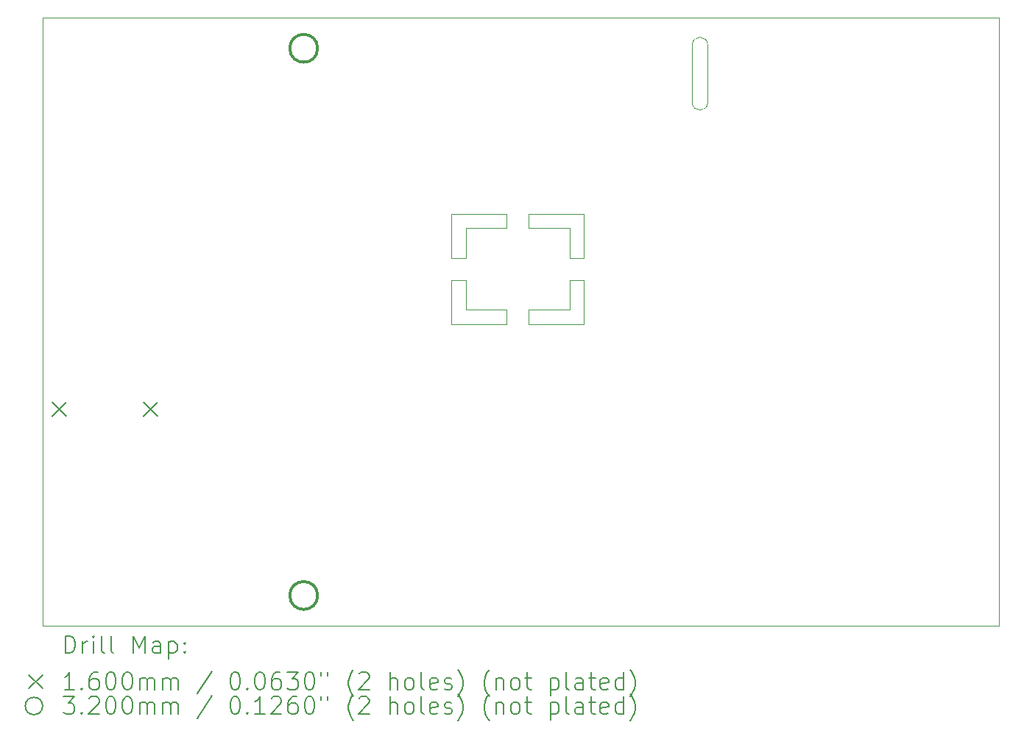
<source format=gbr>
%TF.GenerationSoftware,KiCad,Pcbnew,8.0.4*%
%TF.CreationDate,2024-09-02T23:31:03+02:00*%
%TF.ProjectId,AD4030-Voltage,41443430-3330-42d5-966f-6c746167652e,rev?*%
%TF.SameCoordinates,Original*%
%TF.FileFunction,Drillmap*%
%TF.FilePolarity,Positive*%
%FSLAX45Y45*%
G04 Gerber Fmt 4.5, Leading zero omitted, Abs format (unit mm)*
G04 Created by KiCad (PCBNEW 8.0.4) date 2024-09-02 23:31:03*
%MOMM*%
%LPD*%
G01*
G04 APERTURE LIST*
%ADD10C,0.050000*%
%ADD11C,0.200000*%
%ADD12C,0.160000*%
%ADD13C,0.320000*%
G04 APERTURE END LIST*
D10*
X13335000Y-8255000D02*
X13335000Y-8420100D01*
X12700000Y-9525000D02*
X13335000Y-9525000D01*
X13589000Y-9359900D02*
X14058900Y-9359900D01*
X13589000Y-8420100D02*
X14058900Y-8420100D01*
X15646400Y-6972300D02*
G75*
G02*
X15468600Y-6972300I-88900J0D01*
G01*
X14058900Y-9359900D02*
X14058900Y-9017000D01*
X8000000Y-6000000D02*
X19000000Y-6000000D01*
X19000000Y-13000000D01*
X8000000Y-13000000D01*
X8000000Y-6000000D01*
X12865100Y-8420100D02*
X12865100Y-8763000D01*
X13335000Y-9525000D02*
X13335000Y-9359900D01*
X14224000Y-9017000D02*
X14224000Y-9525000D01*
X12865100Y-9359900D02*
X12865100Y-9017000D01*
X13589000Y-8255000D02*
X13589000Y-8420100D01*
X12865100Y-9017000D02*
X12700000Y-9017000D01*
X12700000Y-9017000D02*
X12700000Y-9525000D01*
X14224000Y-9525000D02*
X13589000Y-9525000D01*
X14224000Y-8255000D02*
X13589000Y-8255000D01*
X15468600Y-6311900D02*
G75*
G02*
X15646400Y-6311900I88900J0D01*
G01*
X12700000Y-8763000D02*
X12700000Y-8255000D01*
X12700000Y-8255000D02*
X13335000Y-8255000D01*
X14058900Y-8763000D02*
X14224000Y-8763000D01*
X14058900Y-8420100D02*
X14058900Y-8763000D01*
X14224000Y-8763000D02*
X14224000Y-8255000D01*
X14058900Y-9017000D02*
X14224000Y-9017000D01*
X12865100Y-8763000D02*
X12700000Y-8763000D01*
X13335000Y-8420100D02*
X12865100Y-8420100D01*
X13335000Y-9359900D02*
X12865100Y-9359900D01*
X15646400Y-6972300D02*
X15646400Y-6311900D01*
X15468600Y-6311900D02*
X15468600Y-6972300D01*
X13589000Y-9525000D02*
X13589000Y-9359900D01*
D11*
D12*
X8107300Y-10422900D02*
X8267300Y-10582900D01*
X8267300Y-10422900D02*
X8107300Y-10582900D01*
X9157300Y-10422900D02*
X9317300Y-10582900D01*
X9317300Y-10422900D02*
X9157300Y-10582900D01*
D13*
X11160000Y-6350000D02*
G75*
G02*
X10840000Y-6350000I-160000J0D01*
G01*
X10840000Y-6350000D02*
G75*
G02*
X11160000Y-6350000I160000J0D01*
G01*
X11160000Y-12650000D02*
G75*
G02*
X10840000Y-12650000I-160000J0D01*
G01*
X10840000Y-12650000D02*
G75*
G02*
X11160000Y-12650000I160000J0D01*
G01*
D11*
X8258277Y-13313984D02*
X8258277Y-13113984D01*
X8258277Y-13113984D02*
X8305896Y-13113984D01*
X8305896Y-13113984D02*
X8334467Y-13123508D01*
X8334467Y-13123508D02*
X8353515Y-13142555D01*
X8353515Y-13142555D02*
X8363039Y-13161603D01*
X8363039Y-13161603D02*
X8372562Y-13199698D01*
X8372562Y-13199698D02*
X8372562Y-13228269D01*
X8372562Y-13228269D02*
X8363039Y-13266365D01*
X8363039Y-13266365D02*
X8353515Y-13285412D01*
X8353515Y-13285412D02*
X8334467Y-13304460D01*
X8334467Y-13304460D02*
X8305896Y-13313984D01*
X8305896Y-13313984D02*
X8258277Y-13313984D01*
X8458277Y-13313984D02*
X8458277Y-13180650D01*
X8458277Y-13218746D02*
X8467801Y-13199698D01*
X8467801Y-13199698D02*
X8477324Y-13190174D01*
X8477324Y-13190174D02*
X8496372Y-13180650D01*
X8496372Y-13180650D02*
X8515420Y-13180650D01*
X8582086Y-13313984D02*
X8582086Y-13180650D01*
X8582086Y-13113984D02*
X8572563Y-13123508D01*
X8572563Y-13123508D02*
X8582086Y-13133031D01*
X8582086Y-13133031D02*
X8591610Y-13123508D01*
X8591610Y-13123508D02*
X8582086Y-13113984D01*
X8582086Y-13113984D02*
X8582086Y-13133031D01*
X8705896Y-13313984D02*
X8686848Y-13304460D01*
X8686848Y-13304460D02*
X8677324Y-13285412D01*
X8677324Y-13285412D02*
X8677324Y-13113984D01*
X8810658Y-13313984D02*
X8791610Y-13304460D01*
X8791610Y-13304460D02*
X8782086Y-13285412D01*
X8782086Y-13285412D02*
X8782086Y-13113984D01*
X9039229Y-13313984D02*
X9039229Y-13113984D01*
X9039229Y-13113984D02*
X9105896Y-13256841D01*
X9105896Y-13256841D02*
X9172563Y-13113984D01*
X9172563Y-13113984D02*
X9172563Y-13313984D01*
X9353515Y-13313984D02*
X9353515Y-13209222D01*
X9353515Y-13209222D02*
X9343991Y-13190174D01*
X9343991Y-13190174D02*
X9324944Y-13180650D01*
X9324944Y-13180650D02*
X9286848Y-13180650D01*
X9286848Y-13180650D02*
X9267801Y-13190174D01*
X9353515Y-13304460D02*
X9334467Y-13313984D01*
X9334467Y-13313984D02*
X9286848Y-13313984D01*
X9286848Y-13313984D02*
X9267801Y-13304460D01*
X9267801Y-13304460D02*
X9258277Y-13285412D01*
X9258277Y-13285412D02*
X9258277Y-13266365D01*
X9258277Y-13266365D02*
X9267801Y-13247317D01*
X9267801Y-13247317D02*
X9286848Y-13237793D01*
X9286848Y-13237793D02*
X9334467Y-13237793D01*
X9334467Y-13237793D02*
X9353515Y-13228269D01*
X9448753Y-13180650D02*
X9448753Y-13380650D01*
X9448753Y-13190174D02*
X9467801Y-13180650D01*
X9467801Y-13180650D02*
X9505896Y-13180650D01*
X9505896Y-13180650D02*
X9524944Y-13190174D01*
X9524944Y-13190174D02*
X9534467Y-13199698D01*
X9534467Y-13199698D02*
X9543991Y-13218746D01*
X9543991Y-13218746D02*
X9543991Y-13275888D01*
X9543991Y-13275888D02*
X9534467Y-13294936D01*
X9534467Y-13294936D02*
X9524944Y-13304460D01*
X9524944Y-13304460D02*
X9505896Y-13313984D01*
X9505896Y-13313984D02*
X9467801Y-13313984D01*
X9467801Y-13313984D02*
X9448753Y-13304460D01*
X9629705Y-13294936D02*
X9639229Y-13304460D01*
X9639229Y-13304460D02*
X9629705Y-13313984D01*
X9629705Y-13313984D02*
X9620182Y-13304460D01*
X9620182Y-13304460D02*
X9629705Y-13294936D01*
X9629705Y-13294936D02*
X9629705Y-13313984D01*
X9629705Y-13190174D02*
X9639229Y-13199698D01*
X9639229Y-13199698D02*
X9629705Y-13209222D01*
X9629705Y-13209222D02*
X9620182Y-13199698D01*
X9620182Y-13199698D02*
X9629705Y-13190174D01*
X9629705Y-13190174D02*
X9629705Y-13209222D01*
D12*
X7837500Y-13562500D02*
X7997500Y-13722500D01*
X7997500Y-13562500D02*
X7837500Y-13722500D01*
D11*
X8363039Y-13733984D02*
X8248753Y-13733984D01*
X8305896Y-13733984D02*
X8305896Y-13533984D01*
X8305896Y-13533984D02*
X8286848Y-13562555D01*
X8286848Y-13562555D02*
X8267801Y-13581603D01*
X8267801Y-13581603D02*
X8248753Y-13591127D01*
X8448753Y-13714936D02*
X8458277Y-13724460D01*
X8458277Y-13724460D02*
X8448753Y-13733984D01*
X8448753Y-13733984D02*
X8439229Y-13724460D01*
X8439229Y-13724460D02*
X8448753Y-13714936D01*
X8448753Y-13714936D02*
X8448753Y-13733984D01*
X8629705Y-13533984D02*
X8591610Y-13533984D01*
X8591610Y-13533984D02*
X8572563Y-13543508D01*
X8572563Y-13543508D02*
X8563039Y-13553031D01*
X8563039Y-13553031D02*
X8543991Y-13581603D01*
X8543991Y-13581603D02*
X8534467Y-13619698D01*
X8534467Y-13619698D02*
X8534467Y-13695888D01*
X8534467Y-13695888D02*
X8543991Y-13714936D01*
X8543991Y-13714936D02*
X8553515Y-13724460D01*
X8553515Y-13724460D02*
X8572563Y-13733984D01*
X8572563Y-13733984D02*
X8610658Y-13733984D01*
X8610658Y-13733984D02*
X8629705Y-13724460D01*
X8629705Y-13724460D02*
X8639229Y-13714936D01*
X8639229Y-13714936D02*
X8648753Y-13695888D01*
X8648753Y-13695888D02*
X8648753Y-13648269D01*
X8648753Y-13648269D02*
X8639229Y-13629222D01*
X8639229Y-13629222D02*
X8629705Y-13619698D01*
X8629705Y-13619698D02*
X8610658Y-13610174D01*
X8610658Y-13610174D02*
X8572563Y-13610174D01*
X8572563Y-13610174D02*
X8553515Y-13619698D01*
X8553515Y-13619698D02*
X8543991Y-13629222D01*
X8543991Y-13629222D02*
X8534467Y-13648269D01*
X8772563Y-13533984D02*
X8791610Y-13533984D01*
X8791610Y-13533984D02*
X8810658Y-13543508D01*
X8810658Y-13543508D02*
X8820182Y-13553031D01*
X8820182Y-13553031D02*
X8829705Y-13572079D01*
X8829705Y-13572079D02*
X8839229Y-13610174D01*
X8839229Y-13610174D02*
X8839229Y-13657793D01*
X8839229Y-13657793D02*
X8829705Y-13695888D01*
X8829705Y-13695888D02*
X8820182Y-13714936D01*
X8820182Y-13714936D02*
X8810658Y-13724460D01*
X8810658Y-13724460D02*
X8791610Y-13733984D01*
X8791610Y-13733984D02*
X8772563Y-13733984D01*
X8772563Y-13733984D02*
X8753515Y-13724460D01*
X8753515Y-13724460D02*
X8743991Y-13714936D01*
X8743991Y-13714936D02*
X8734467Y-13695888D01*
X8734467Y-13695888D02*
X8724944Y-13657793D01*
X8724944Y-13657793D02*
X8724944Y-13610174D01*
X8724944Y-13610174D02*
X8734467Y-13572079D01*
X8734467Y-13572079D02*
X8743991Y-13553031D01*
X8743991Y-13553031D02*
X8753515Y-13543508D01*
X8753515Y-13543508D02*
X8772563Y-13533984D01*
X8963039Y-13533984D02*
X8982086Y-13533984D01*
X8982086Y-13533984D02*
X9001134Y-13543508D01*
X9001134Y-13543508D02*
X9010658Y-13553031D01*
X9010658Y-13553031D02*
X9020182Y-13572079D01*
X9020182Y-13572079D02*
X9029705Y-13610174D01*
X9029705Y-13610174D02*
X9029705Y-13657793D01*
X9029705Y-13657793D02*
X9020182Y-13695888D01*
X9020182Y-13695888D02*
X9010658Y-13714936D01*
X9010658Y-13714936D02*
X9001134Y-13724460D01*
X9001134Y-13724460D02*
X8982086Y-13733984D01*
X8982086Y-13733984D02*
X8963039Y-13733984D01*
X8963039Y-13733984D02*
X8943991Y-13724460D01*
X8943991Y-13724460D02*
X8934467Y-13714936D01*
X8934467Y-13714936D02*
X8924944Y-13695888D01*
X8924944Y-13695888D02*
X8915420Y-13657793D01*
X8915420Y-13657793D02*
X8915420Y-13610174D01*
X8915420Y-13610174D02*
X8924944Y-13572079D01*
X8924944Y-13572079D02*
X8934467Y-13553031D01*
X8934467Y-13553031D02*
X8943991Y-13543508D01*
X8943991Y-13543508D02*
X8963039Y-13533984D01*
X9115420Y-13733984D02*
X9115420Y-13600650D01*
X9115420Y-13619698D02*
X9124944Y-13610174D01*
X9124944Y-13610174D02*
X9143991Y-13600650D01*
X9143991Y-13600650D02*
X9172563Y-13600650D01*
X9172563Y-13600650D02*
X9191610Y-13610174D01*
X9191610Y-13610174D02*
X9201134Y-13629222D01*
X9201134Y-13629222D02*
X9201134Y-13733984D01*
X9201134Y-13629222D02*
X9210658Y-13610174D01*
X9210658Y-13610174D02*
X9229705Y-13600650D01*
X9229705Y-13600650D02*
X9258277Y-13600650D01*
X9258277Y-13600650D02*
X9277325Y-13610174D01*
X9277325Y-13610174D02*
X9286848Y-13629222D01*
X9286848Y-13629222D02*
X9286848Y-13733984D01*
X9382086Y-13733984D02*
X9382086Y-13600650D01*
X9382086Y-13619698D02*
X9391610Y-13610174D01*
X9391610Y-13610174D02*
X9410658Y-13600650D01*
X9410658Y-13600650D02*
X9439229Y-13600650D01*
X9439229Y-13600650D02*
X9458277Y-13610174D01*
X9458277Y-13610174D02*
X9467801Y-13629222D01*
X9467801Y-13629222D02*
X9467801Y-13733984D01*
X9467801Y-13629222D02*
X9477325Y-13610174D01*
X9477325Y-13610174D02*
X9496372Y-13600650D01*
X9496372Y-13600650D02*
X9524944Y-13600650D01*
X9524944Y-13600650D02*
X9543991Y-13610174D01*
X9543991Y-13610174D02*
X9553515Y-13629222D01*
X9553515Y-13629222D02*
X9553515Y-13733984D01*
X9943991Y-13524460D02*
X9772563Y-13781603D01*
X10201134Y-13533984D02*
X10220182Y-13533984D01*
X10220182Y-13533984D02*
X10239229Y-13543508D01*
X10239229Y-13543508D02*
X10248753Y-13553031D01*
X10248753Y-13553031D02*
X10258277Y-13572079D01*
X10258277Y-13572079D02*
X10267801Y-13610174D01*
X10267801Y-13610174D02*
X10267801Y-13657793D01*
X10267801Y-13657793D02*
X10258277Y-13695888D01*
X10258277Y-13695888D02*
X10248753Y-13714936D01*
X10248753Y-13714936D02*
X10239229Y-13724460D01*
X10239229Y-13724460D02*
X10220182Y-13733984D01*
X10220182Y-13733984D02*
X10201134Y-13733984D01*
X10201134Y-13733984D02*
X10182087Y-13724460D01*
X10182087Y-13724460D02*
X10172563Y-13714936D01*
X10172563Y-13714936D02*
X10163039Y-13695888D01*
X10163039Y-13695888D02*
X10153515Y-13657793D01*
X10153515Y-13657793D02*
X10153515Y-13610174D01*
X10153515Y-13610174D02*
X10163039Y-13572079D01*
X10163039Y-13572079D02*
X10172563Y-13553031D01*
X10172563Y-13553031D02*
X10182087Y-13543508D01*
X10182087Y-13543508D02*
X10201134Y-13533984D01*
X10353515Y-13714936D02*
X10363039Y-13724460D01*
X10363039Y-13724460D02*
X10353515Y-13733984D01*
X10353515Y-13733984D02*
X10343991Y-13724460D01*
X10343991Y-13724460D02*
X10353515Y-13714936D01*
X10353515Y-13714936D02*
X10353515Y-13733984D01*
X10486848Y-13533984D02*
X10505896Y-13533984D01*
X10505896Y-13533984D02*
X10524944Y-13543508D01*
X10524944Y-13543508D02*
X10534468Y-13553031D01*
X10534468Y-13553031D02*
X10543991Y-13572079D01*
X10543991Y-13572079D02*
X10553515Y-13610174D01*
X10553515Y-13610174D02*
X10553515Y-13657793D01*
X10553515Y-13657793D02*
X10543991Y-13695888D01*
X10543991Y-13695888D02*
X10534468Y-13714936D01*
X10534468Y-13714936D02*
X10524944Y-13724460D01*
X10524944Y-13724460D02*
X10505896Y-13733984D01*
X10505896Y-13733984D02*
X10486848Y-13733984D01*
X10486848Y-13733984D02*
X10467801Y-13724460D01*
X10467801Y-13724460D02*
X10458277Y-13714936D01*
X10458277Y-13714936D02*
X10448753Y-13695888D01*
X10448753Y-13695888D02*
X10439229Y-13657793D01*
X10439229Y-13657793D02*
X10439229Y-13610174D01*
X10439229Y-13610174D02*
X10448753Y-13572079D01*
X10448753Y-13572079D02*
X10458277Y-13553031D01*
X10458277Y-13553031D02*
X10467801Y-13543508D01*
X10467801Y-13543508D02*
X10486848Y-13533984D01*
X10724944Y-13533984D02*
X10686848Y-13533984D01*
X10686848Y-13533984D02*
X10667801Y-13543508D01*
X10667801Y-13543508D02*
X10658277Y-13553031D01*
X10658277Y-13553031D02*
X10639229Y-13581603D01*
X10639229Y-13581603D02*
X10629706Y-13619698D01*
X10629706Y-13619698D02*
X10629706Y-13695888D01*
X10629706Y-13695888D02*
X10639229Y-13714936D01*
X10639229Y-13714936D02*
X10648753Y-13724460D01*
X10648753Y-13724460D02*
X10667801Y-13733984D01*
X10667801Y-13733984D02*
X10705896Y-13733984D01*
X10705896Y-13733984D02*
X10724944Y-13724460D01*
X10724944Y-13724460D02*
X10734468Y-13714936D01*
X10734468Y-13714936D02*
X10743991Y-13695888D01*
X10743991Y-13695888D02*
X10743991Y-13648269D01*
X10743991Y-13648269D02*
X10734468Y-13629222D01*
X10734468Y-13629222D02*
X10724944Y-13619698D01*
X10724944Y-13619698D02*
X10705896Y-13610174D01*
X10705896Y-13610174D02*
X10667801Y-13610174D01*
X10667801Y-13610174D02*
X10648753Y-13619698D01*
X10648753Y-13619698D02*
X10639229Y-13629222D01*
X10639229Y-13629222D02*
X10629706Y-13648269D01*
X10810658Y-13533984D02*
X10934468Y-13533984D01*
X10934468Y-13533984D02*
X10867801Y-13610174D01*
X10867801Y-13610174D02*
X10896372Y-13610174D01*
X10896372Y-13610174D02*
X10915420Y-13619698D01*
X10915420Y-13619698D02*
X10924944Y-13629222D01*
X10924944Y-13629222D02*
X10934468Y-13648269D01*
X10934468Y-13648269D02*
X10934468Y-13695888D01*
X10934468Y-13695888D02*
X10924944Y-13714936D01*
X10924944Y-13714936D02*
X10915420Y-13724460D01*
X10915420Y-13724460D02*
X10896372Y-13733984D01*
X10896372Y-13733984D02*
X10839229Y-13733984D01*
X10839229Y-13733984D02*
X10820182Y-13724460D01*
X10820182Y-13724460D02*
X10810658Y-13714936D01*
X11058277Y-13533984D02*
X11077325Y-13533984D01*
X11077325Y-13533984D02*
X11096372Y-13543508D01*
X11096372Y-13543508D02*
X11105896Y-13553031D01*
X11105896Y-13553031D02*
X11115420Y-13572079D01*
X11115420Y-13572079D02*
X11124944Y-13610174D01*
X11124944Y-13610174D02*
X11124944Y-13657793D01*
X11124944Y-13657793D02*
X11115420Y-13695888D01*
X11115420Y-13695888D02*
X11105896Y-13714936D01*
X11105896Y-13714936D02*
X11096372Y-13724460D01*
X11096372Y-13724460D02*
X11077325Y-13733984D01*
X11077325Y-13733984D02*
X11058277Y-13733984D01*
X11058277Y-13733984D02*
X11039229Y-13724460D01*
X11039229Y-13724460D02*
X11029706Y-13714936D01*
X11029706Y-13714936D02*
X11020182Y-13695888D01*
X11020182Y-13695888D02*
X11010658Y-13657793D01*
X11010658Y-13657793D02*
X11010658Y-13610174D01*
X11010658Y-13610174D02*
X11020182Y-13572079D01*
X11020182Y-13572079D02*
X11029706Y-13553031D01*
X11029706Y-13553031D02*
X11039229Y-13543508D01*
X11039229Y-13543508D02*
X11058277Y-13533984D01*
X11201134Y-13533984D02*
X11201134Y-13572079D01*
X11277325Y-13533984D02*
X11277325Y-13572079D01*
X11572563Y-13810174D02*
X11563039Y-13800650D01*
X11563039Y-13800650D02*
X11543991Y-13772079D01*
X11543991Y-13772079D02*
X11534468Y-13753031D01*
X11534468Y-13753031D02*
X11524944Y-13724460D01*
X11524944Y-13724460D02*
X11515420Y-13676841D01*
X11515420Y-13676841D02*
X11515420Y-13638746D01*
X11515420Y-13638746D02*
X11524944Y-13591127D01*
X11524944Y-13591127D02*
X11534468Y-13562555D01*
X11534468Y-13562555D02*
X11543991Y-13543508D01*
X11543991Y-13543508D02*
X11563039Y-13514936D01*
X11563039Y-13514936D02*
X11572563Y-13505412D01*
X11639229Y-13553031D02*
X11648753Y-13543508D01*
X11648753Y-13543508D02*
X11667801Y-13533984D01*
X11667801Y-13533984D02*
X11715420Y-13533984D01*
X11715420Y-13533984D02*
X11734468Y-13543508D01*
X11734468Y-13543508D02*
X11743991Y-13553031D01*
X11743991Y-13553031D02*
X11753515Y-13572079D01*
X11753515Y-13572079D02*
X11753515Y-13591127D01*
X11753515Y-13591127D02*
X11743991Y-13619698D01*
X11743991Y-13619698D02*
X11629706Y-13733984D01*
X11629706Y-13733984D02*
X11753515Y-13733984D01*
X11991610Y-13733984D02*
X11991610Y-13533984D01*
X12077325Y-13733984D02*
X12077325Y-13629222D01*
X12077325Y-13629222D02*
X12067801Y-13610174D01*
X12067801Y-13610174D02*
X12048753Y-13600650D01*
X12048753Y-13600650D02*
X12020182Y-13600650D01*
X12020182Y-13600650D02*
X12001134Y-13610174D01*
X12001134Y-13610174D02*
X11991610Y-13619698D01*
X12201134Y-13733984D02*
X12182087Y-13724460D01*
X12182087Y-13724460D02*
X12172563Y-13714936D01*
X12172563Y-13714936D02*
X12163039Y-13695888D01*
X12163039Y-13695888D02*
X12163039Y-13638746D01*
X12163039Y-13638746D02*
X12172563Y-13619698D01*
X12172563Y-13619698D02*
X12182087Y-13610174D01*
X12182087Y-13610174D02*
X12201134Y-13600650D01*
X12201134Y-13600650D02*
X12229706Y-13600650D01*
X12229706Y-13600650D02*
X12248753Y-13610174D01*
X12248753Y-13610174D02*
X12258277Y-13619698D01*
X12258277Y-13619698D02*
X12267801Y-13638746D01*
X12267801Y-13638746D02*
X12267801Y-13695888D01*
X12267801Y-13695888D02*
X12258277Y-13714936D01*
X12258277Y-13714936D02*
X12248753Y-13724460D01*
X12248753Y-13724460D02*
X12229706Y-13733984D01*
X12229706Y-13733984D02*
X12201134Y-13733984D01*
X12382087Y-13733984D02*
X12363039Y-13724460D01*
X12363039Y-13724460D02*
X12353515Y-13705412D01*
X12353515Y-13705412D02*
X12353515Y-13533984D01*
X12534468Y-13724460D02*
X12515420Y-13733984D01*
X12515420Y-13733984D02*
X12477325Y-13733984D01*
X12477325Y-13733984D02*
X12458277Y-13724460D01*
X12458277Y-13724460D02*
X12448753Y-13705412D01*
X12448753Y-13705412D02*
X12448753Y-13629222D01*
X12448753Y-13629222D02*
X12458277Y-13610174D01*
X12458277Y-13610174D02*
X12477325Y-13600650D01*
X12477325Y-13600650D02*
X12515420Y-13600650D01*
X12515420Y-13600650D02*
X12534468Y-13610174D01*
X12534468Y-13610174D02*
X12543991Y-13629222D01*
X12543991Y-13629222D02*
X12543991Y-13648269D01*
X12543991Y-13648269D02*
X12448753Y-13667317D01*
X12620182Y-13724460D02*
X12639230Y-13733984D01*
X12639230Y-13733984D02*
X12677325Y-13733984D01*
X12677325Y-13733984D02*
X12696372Y-13724460D01*
X12696372Y-13724460D02*
X12705896Y-13705412D01*
X12705896Y-13705412D02*
X12705896Y-13695888D01*
X12705896Y-13695888D02*
X12696372Y-13676841D01*
X12696372Y-13676841D02*
X12677325Y-13667317D01*
X12677325Y-13667317D02*
X12648753Y-13667317D01*
X12648753Y-13667317D02*
X12629706Y-13657793D01*
X12629706Y-13657793D02*
X12620182Y-13638746D01*
X12620182Y-13638746D02*
X12620182Y-13629222D01*
X12620182Y-13629222D02*
X12629706Y-13610174D01*
X12629706Y-13610174D02*
X12648753Y-13600650D01*
X12648753Y-13600650D02*
X12677325Y-13600650D01*
X12677325Y-13600650D02*
X12696372Y-13610174D01*
X12772563Y-13810174D02*
X12782087Y-13800650D01*
X12782087Y-13800650D02*
X12801134Y-13772079D01*
X12801134Y-13772079D02*
X12810658Y-13753031D01*
X12810658Y-13753031D02*
X12820182Y-13724460D01*
X12820182Y-13724460D02*
X12829706Y-13676841D01*
X12829706Y-13676841D02*
X12829706Y-13638746D01*
X12829706Y-13638746D02*
X12820182Y-13591127D01*
X12820182Y-13591127D02*
X12810658Y-13562555D01*
X12810658Y-13562555D02*
X12801134Y-13543508D01*
X12801134Y-13543508D02*
X12782087Y-13514936D01*
X12782087Y-13514936D02*
X12772563Y-13505412D01*
X13134468Y-13810174D02*
X13124944Y-13800650D01*
X13124944Y-13800650D02*
X13105896Y-13772079D01*
X13105896Y-13772079D02*
X13096372Y-13753031D01*
X13096372Y-13753031D02*
X13086849Y-13724460D01*
X13086849Y-13724460D02*
X13077325Y-13676841D01*
X13077325Y-13676841D02*
X13077325Y-13638746D01*
X13077325Y-13638746D02*
X13086849Y-13591127D01*
X13086849Y-13591127D02*
X13096372Y-13562555D01*
X13096372Y-13562555D02*
X13105896Y-13543508D01*
X13105896Y-13543508D02*
X13124944Y-13514936D01*
X13124944Y-13514936D02*
X13134468Y-13505412D01*
X13210658Y-13600650D02*
X13210658Y-13733984D01*
X13210658Y-13619698D02*
X13220182Y-13610174D01*
X13220182Y-13610174D02*
X13239230Y-13600650D01*
X13239230Y-13600650D02*
X13267801Y-13600650D01*
X13267801Y-13600650D02*
X13286849Y-13610174D01*
X13286849Y-13610174D02*
X13296372Y-13629222D01*
X13296372Y-13629222D02*
X13296372Y-13733984D01*
X13420182Y-13733984D02*
X13401134Y-13724460D01*
X13401134Y-13724460D02*
X13391611Y-13714936D01*
X13391611Y-13714936D02*
X13382087Y-13695888D01*
X13382087Y-13695888D02*
X13382087Y-13638746D01*
X13382087Y-13638746D02*
X13391611Y-13619698D01*
X13391611Y-13619698D02*
X13401134Y-13610174D01*
X13401134Y-13610174D02*
X13420182Y-13600650D01*
X13420182Y-13600650D02*
X13448753Y-13600650D01*
X13448753Y-13600650D02*
X13467801Y-13610174D01*
X13467801Y-13610174D02*
X13477325Y-13619698D01*
X13477325Y-13619698D02*
X13486849Y-13638746D01*
X13486849Y-13638746D02*
X13486849Y-13695888D01*
X13486849Y-13695888D02*
X13477325Y-13714936D01*
X13477325Y-13714936D02*
X13467801Y-13724460D01*
X13467801Y-13724460D02*
X13448753Y-13733984D01*
X13448753Y-13733984D02*
X13420182Y-13733984D01*
X13543992Y-13600650D02*
X13620182Y-13600650D01*
X13572563Y-13533984D02*
X13572563Y-13705412D01*
X13572563Y-13705412D02*
X13582087Y-13724460D01*
X13582087Y-13724460D02*
X13601134Y-13733984D01*
X13601134Y-13733984D02*
X13620182Y-13733984D01*
X13839230Y-13600650D02*
X13839230Y-13800650D01*
X13839230Y-13610174D02*
X13858277Y-13600650D01*
X13858277Y-13600650D02*
X13896373Y-13600650D01*
X13896373Y-13600650D02*
X13915420Y-13610174D01*
X13915420Y-13610174D02*
X13924944Y-13619698D01*
X13924944Y-13619698D02*
X13934468Y-13638746D01*
X13934468Y-13638746D02*
X13934468Y-13695888D01*
X13934468Y-13695888D02*
X13924944Y-13714936D01*
X13924944Y-13714936D02*
X13915420Y-13724460D01*
X13915420Y-13724460D02*
X13896373Y-13733984D01*
X13896373Y-13733984D02*
X13858277Y-13733984D01*
X13858277Y-13733984D02*
X13839230Y-13724460D01*
X14048753Y-13733984D02*
X14029706Y-13724460D01*
X14029706Y-13724460D02*
X14020182Y-13705412D01*
X14020182Y-13705412D02*
X14020182Y-13533984D01*
X14210658Y-13733984D02*
X14210658Y-13629222D01*
X14210658Y-13629222D02*
X14201134Y-13610174D01*
X14201134Y-13610174D02*
X14182087Y-13600650D01*
X14182087Y-13600650D02*
X14143992Y-13600650D01*
X14143992Y-13600650D02*
X14124944Y-13610174D01*
X14210658Y-13724460D02*
X14191611Y-13733984D01*
X14191611Y-13733984D02*
X14143992Y-13733984D01*
X14143992Y-13733984D02*
X14124944Y-13724460D01*
X14124944Y-13724460D02*
X14115420Y-13705412D01*
X14115420Y-13705412D02*
X14115420Y-13686365D01*
X14115420Y-13686365D02*
X14124944Y-13667317D01*
X14124944Y-13667317D02*
X14143992Y-13657793D01*
X14143992Y-13657793D02*
X14191611Y-13657793D01*
X14191611Y-13657793D02*
X14210658Y-13648269D01*
X14277325Y-13600650D02*
X14353515Y-13600650D01*
X14305896Y-13533984D02*
X14305896Y-13705412D01*
X14305896Y-13705412D02*
X14315420Y-13724460D01*
X14315420Y-13724460D02*
X14334468Y-13733984D01*
X14334468Y-13733984D02*
X14353515Y-13733984D01*
X14496373Y-13724460D02*
X14477325Y-13733984D01*
X14477325Y-13733984D02*
X14439230Y-13733984D01*
X14439230Y-13733984D02*
X14420182Y-13724460D01*
X14420182Y-13724460D02*
X14410658Y-13705412D01*
X14410658Y-13705412D02*
X14410658Y-13629222D01*
X14410658Y-13629222D02*
X14420182Y-13610174D01*
X14420182Y-13610174D02*
X14439230Y-13600650D01*
X14439230Y-13600650D02*
X14477325Y-13600650D01*
X14477325Y-13600650D02*
X14496373Y-13610174D01*
X14496373Y-13610174D02*
X14505896Y-13629222D01*
X14505896Y-13629222D02*
X14505896Y-13648269D01*
X14505896Y-13648269D02*
X14410658Y-13667317D01*
X14677325Y-13733984D02*
X14677325Y-13533984D01*
X14677325Y-13724460D02*
X14658277Y-13733984D01*
X14658277Y-13733984D02*
X14620182Y-13733984D01*
X14620182Y-13733984D02*
X14601134Y-13724460D01*
X14601134Y-13724460D02*
X14591611Y-13714936D01*
X14591611Y-13714936D02*
X14582087Y-13695888D01*
X14582087Y-13695888D02*
X14582087Y-13638746D01*
X14582087Y-13638746D02*
X14591611Y-13619698D01*
X14591611Y-13619698D02*
X14601134Y-13610174D01*
X14601134Y-13610174D02*
X14620182Y-13600650D01*
X14620182Y-13600650D02*
X14658277Y-13600650D01*
X14658277Y-13600650D02*
X14677325Y-13610174D01*
X14753515Y-13810174D02*
X14763039Y-13800650D01*
X14763039Y-13800650D02*
X14782087Y-13772079D01*
X14782087Y-13772079D02*
X14791611Y-13753031D01*
X14791611Y-13753031D02*
X14801134Y-13724460D01*
X14801134Y-13724460D02*
X14810658Y-13676841D01*
X14810658Y-13676841D02*
X14810658Y-13638746D01*
X14810658Y-13638746D02*
X14801134Y-13591127D01*
X14801134Y-13591127D02*
X14791611Y-13562555D01*
X14791611Y-13562555D02*
X14782087Y-13543508D01*
X14782087Y-13543508D02*
X14763039Y-13514936D01*
X14763039Y-13514936D02*
X14753515Y-13505412D01*
X7997500Y-13922500D02*
G75*
G02*
X7797500Y-13922500I-100000J0D01*
G01*
X7797500Y-13922500D02*
G75*
G02*
X7997500Y-13922500I100000J0D01*
G01*
X8239229Y-13813984D02*
X8363039Y-13813984D01*
X8363039Y-13813984D02*
X8296372Y-13890174D01*
X8296372Y-13890174D02*
X8324943Y-13890174D01*
X8324943Y-13890174D02*
X8343991Y-13899698D01*
X8343991Y-13899698D02*
X8353515Y-13909222D01*
X8353515Y-13909222D02*
X8363039Y-13928269D01*
X8363039Y-13928269D02*
X8363039Y-13975888D01*
X8363039Y-13975888D02*
X8353515Y-13994936D01*
X8353515Y-13994936D02*
X8343991Y-14004460D01*
X8343991Y-14004460D02*
X8324943Y-14013984D01*
X8324943Y-14013984D02*
X8267801Y-14013984D01*
X8267801Y-14013984D02*
X8248753Y-14004460D01*
X8248753Y-14004460D02*
X8239229Y-13994936D01*
X8448753Y-13994936D02*
X8458277Y-14004460D01*
X8458277Y-14004460D02*
X8448753Y-14013984D01*
X8448753Y-14013984D02*
X8439229Y-14004460D01*
X8439229Y-14004460D02*
X8448753Y-13994936D01*
X8448753Y-13994936D02*
X8448753Y-14013984D01*
X8534467Y-13833031D02*
X8543991Y-13823508D01*
X8543991Y-13823508D02*
X8563039Y-13813984D01*
X8563039Y-13813984D02*
X8610658Y-13813984D01*
X8610658Y-13813984D02*
X8629705Y-13823508D01*
X8629705Y-13823508D02*
X8639229Y-13833031D01*
X8639229Y-13833031D02*
X8648753Y-13852079D01*
X8648753Y-13852079D02*
X8648753Y-13871127D01*
X8648753Y-13871127D02*
X8639229Y-13899698D01*
X8639229Y-13899698D02*
X8524944Y-14013984D01*
X8524944Y-14013984D02*
X8648753Y-14013984D01*
X8772563Y-13813984D02*
X8791610Y-13813984D01*
X8791610Y-13813984D02*
X8810658Y-13823508D01*
X8810658Y-13823508D02*
X8820182Y-13833031D01*
X8820182Y-13833031D02*
X8829705Y-13852079D01*
X8829705Y-13852079D02*
X8839229Y-13890174D01*
X8839229Y-13890174D02*
X8839229Y-13937793D01*
X8839229Y-13937793D02*
X8829705Y-13975888D01*
X8829705Y-13975888D02*
X8820182Y-13994936D01*
X8820182Y-13994936D02*
X8810658Y-14004460D01*
X8810658Y-14004460D02*
X8791610Y-14013984D01*
X8791610Y-14013984D02*
X8772563Y-14013984D01*
X8772563Y-14013984D02*
X8753515Y-14004460D01*
X8753515Y-14004460D02*
X8743991Y-13994936D01*
X8743991Y-13994936D02*
X8734467Y-13975888D01*
X8734467Y-13975888D02*
X8724944Y-13937793D01*
X8724944Y-13937793D02*
X8724944Y-13890174D01*
X8724944Y-13890174D02*
X8734467Y-13852079D01*
X8734467Y-13852079D02*
X8743991Y-13833031D01*
X8743991Y-13833031D02*
X8753515Y-13823508D01*
X8753515Y-13823508D02*
X8772563Y-13813984D01*
X8963039Y-13813984D02*
X8982086Y-13813984D01*
X8982086Y-13813984D02*
X9001134Y-13823508D01*
X9001134Y-13823508D02*
X9010658Y-13833031D01*
X9010658Y-13833031D02*
X9020182Y-13852079D01*
X9020182Y-13852079D02*
X9029705Y-13890174D01*
X9029705Y-13890174D02*
X9029705Y-13937793D01*
X9029705Y-13937793D02*
X9020182Y-13975888D01*
X9020182Y-13975888D02*
X9010658Y-13994936D01*
X9010658Y-13994936D02*
X9001134Y-14004460D01*
X9001134Y-14004460D02*
X8982086Y-14013984D01*
X8982086Y-14013984D02*
X8963039Y-14013984D01*
X8963039Y-14013984D02*
X8943991Y-14004460D01*
X8943991Y-14004460D02*
X8934467Y-13994936D01*
X8934467Y-13994936D02*
X8924944Y-13975888D01*
X8924944Y-13975888D02*
X8915420Y-13937793D01*
X8915420Y-13937793D02*
X8915420Y-13890174D01*
X8915420Y-13890174D02*
X8924944Y-13852079D01*
X8924944Y-13852079D02*
X8934467Y-13833031D01*
X8934467Y-13833031D02*
X8943991Y-13823508D01*
X8943991Y-13823508D02*
X8963039Y-13813984D01*
X9115420Y-14013984D02*
X9115420Y-13880650D01*
X9115420Y-13899698D02*
X9124944Y-13890174D01*
X9124944Y-13890174D02*
X9143991Y-13880650D01*
X9143991Y-13880650D02*
X9172563Y-13880650D01*
X9172563Y-13880650D02*
X9191610Y-13890174D01*
X9191610Y-13890174D02*
X9201134Y-13909222D01*
X9201134Y-13909222D02*
X9201134Y-14013984D01*
X9201134Y-13909222D02*
X9210658Y-13890174D01*
X9210658Y-13890174D02*
X9229705Y-13880650D01*
X9229705Y-13880650D02*
X9258277Y-13880650D01*
X9258277Y-13880650D02*
X9277325Y-13890174D01*
X9277325Y-13890174D02*
X9286848Y-13909222D01*
X9286848Y-13909222D02*
X9286848Y-14013984D01*
X9382086Y-14013984D02*
X9382086Y-13880650D01*
X9382086Y-13899698D02*
X9391610Y-13890174D01*
X9391610Y-13890174D02*
X9410658Y-13880650D01*
X9410658Y-13880650D02*
X9439229Y-13880650D01*
X9439229Y-13880650D02*
X9458277Y-13890174D01*
X9458277Y-13890174D02*
X9467801Y-13909222D01*
X9467801Y-13909222D02*
X9467801Y-14013984D01*
X9467801Y-13909222D02*
X9477325Y-13890174D01*
X9477325Y-13890174D02*
X9496372Y-13880650D01*
X9496372Y-13880650D02*
X9524944Y-13880650D01*
X9524944Y-13880650D02*
X9543991Y-13890174D01*
X9543991Y-13890174D02*
X9553515Y-13909222D01*
X9553515Y-13909222D02*
X9553515Y-14013984D01*
X9943991Y-13804460D02*
X9772563Y-14061603D01*
X10201134Y-13813984D02*
X10220182Y-13813984D01*
X10220182Y-13813984D02*
X10239229Y-13823508D01*
X10239229Y-13823508D02*
X10248753Y-13833031D01*
X10248753Y-13833031D02*
X10258277Y-13852079D01*
X10258277Y-13852079D02*
X10267801Y-13890174D01*
X10267801Y-13890174D02*
X10267801Y-13937793D01*
X10267801Y-13937793D02*
X10258277Y-13975888D01*
X10258277Y-13975888D02*
X10248753Y-13994936D01*
X10248753Y-13994936D02*
X10239229Y-14004460D01*
X10239229Y-14004460D02*
X10220182Y-14013984D01*
X10220182Y-14013984D02*
X10201134Y-14013984D01*
X10201134Y-14013984D02*
X10182087Y-14004460D01*
X10182087Y-14004460D02*
X10172563Y-13994936D01*
X10172563Y-13994936D02*
X10163039Y-13975888D01*
X10163039Y-13975888D02*
X10153515Y-13937793D01*
X10153515Y-13937793D02*
X10153515Y-13890174D01*
X10153515Y-13890174D02*
X10163039Y-13852079D01*
X10163039Y-13852079D02*
X10172563Y-13833031D01*
X10172563Y-13833031D02*
X10182087Y-13823508D01*
X10182087Y-13823508D02*
X10201134Y-13813984D01*
X10353515Y-13994936D02*
X10363039Y-14004460D01*
X10363039Y-14004460D02*
X10353515Y-14013984D01*
X10353515Y-14013984D02*
X10343991Y-14004460D01*
X10343991Y-14004460D02*
X10353515Y-13994936D01*
X10353515Y-13994936D02*
X10353515Y-14013984D01*
X10553515Y-14013984D02*
X10439229Y-14013984D01*
X10496372Y-14013984D02*
X10496372Y-13813984D01*
X10496372Y-13813984D02*
X10477325Y-13842555D01*
X10477325Y-13842555D02*
X10458277Y-13861603D01*
X10458277Y-13861603D02*
X10439229Y-13871127D01*
X10629706Y-13833031D02*
X10639229Y-13823508D01*
X10639229Y-13823508D02*
X10658277Y-13813984D01*
X10658277Y-13813984D02*
X10705896Y-13813984D01*
X10705896Y-13813984D02*
X10724944Y-13823508D01*
X10724944Y-13823508D02*
X10734468Y-13833031D01*
X10734468Y-13833031D02*
X10743991Y-13852079D01*
X10743991Y-13852079D02*
X10743991Y-13871127D01*
X10743991Y-13871127D02*
X10734468Y-13899698D01*
X10734468Y-13899698D02*
X10620182Y-14013984D01*
X10620182Y-14013984D02*
X10743991Y-14013984D01*
X10915420Y-13813984D02*
X10877325Y-13813984D01*
X10877325Y-13813984D02*
X10858277Y-13823508D01*
X10858277Y-13823508D02*
X10848753Y-13833031D01*
X10848753Y-13833031D02*
X10829706Y-13861603D01*
X10829706Y-13861603D02*
X10820182Y-13899698D01*
X10820182Y-13899698D02*
X10820182Y-13975888D01*
X10820182Y-13975888D02*
X10829706Y-13994936D01*
X10829706Y-13994936D02*
X10839229Y-14004460D01*
X10839229Y-14004460D02*
X10858277Y-14013984D01*
X10858277Y-14013984D02*
X10896372Y-14013984D01*
X10896372Y-14013984D02*
X10915420Y-14004460D01*
X10915420Y-14004460D02*
X10924944Y-13994936D01*
X10924944Y-13994936D02*
X10934468Y-13975888D01*
X10934468Y-13975888D02*
X10934468Y-13928269D01*
X10934468Y-13928269D02*
X10924944Y-13909222D01*
X10924944Y-13909222D02*
X10915420Y-13899698D01*
X10915420Y-13899698D02*
X10896372Y-13890174D01*
X10896372Y-13890174D02*
X10858277Y-13890174D01*
X10858277Y-13890174D02*
X10839229Y-13899698D01*
X10839229Y-13899698D02*
X10829706Y-13909222D01*
X10829706Y-13909222D02*
X10820182Y-13928269D01*
X11058277Y-13813984D02*
X11077325Y-13813984D01*
X11077325Y-13813984D02*
X11096372Y-13823508D01*
X11096372Y-13823508D02*
X11105896Y-13833031D01*
X11105896Y-13833031D02*
X11115420Y-13852079D01*
X11115420Y-13852079D02*
X11124944Y-13890174D01*
X11124944Y-13890174D02*
X11124944Y-13937793D01*
X11124944Y-13937793D02*
X11115420Y-13975888D01*
X11115420Y-13975888D02*
X11105896Y-13994936D01*
X11105896Y-13994936D02*
X11096372Y-14004460D01*
X11096372Y-14004460D02*
X11077325Y-14013984D01*
X11077325Y-14013984D02*
X11058277Y-14013984D01*
X11058277Y-14013984D02*
X11039229Y-14004460D01*
X11039229Y-14004460D02*
X11029706Y-13994936D01*
X11029706Y-13994936D02*
X11020182Y-13975888D01*
X11020182Y-13975888D02*
X11010658Y-13937793D01*
X11010658Y-13937793D02*
X11010658Y-13890174D01*
X11010658Y-13890174D02*
X11020182Y-13852079D01*
X11020182Y-13852079D02*
X11029706Y-13833031D01*
X11029706Y-13833031D02*
X11039229Y-13823508D01*
X11039229Y-13823508D02*
X11058277Y-13813984D01*
X11201134Y-13813984D02*
X11201134Y-13852079D01*
X11277325Y-13813984D02*
X11277325Y-13852079D01*
X11572563Y-14090174D02*
X11563039Y-14080650D01*
X11563039Y-14080650D02*
X11543991Y-14052079D01*
X11543991Y-14052079D02*
X11534468Y-14033031D01*
X11534468Y-14033031D02*
X11524944Y-14004460D01*
X11524944Y-14004460D02*
X11515420Y-13956841D01*
X11515420Y-13956841D02*
X11515420Y-13918746D01*
X11515420Y-13918746D02*
X11524944Y-13871127D01*
X11524944Y-13871127D02*
X11534468Y-13842555D01*
X11534468Y-13842555D02*
X11543991Y-13823508D01*
X11543991Y-13823508D02*
X11563039Y-13794936D01*
X11563039Y-13794936D02*
X11572563Y-13785412D01*
X11639229Y-13833031D02*
X11648753Y-13823508D01*
X11648753Y-13823508D02*
X11667801Y-13813984D01*
X11667801Y-13813984D02*
X11715420Y-13813984D01*
X11715420Y-13813984D02*
X11734468Y-13823508D01*
X11734468Y-13823508D02*
X11743991Y-13833031D01*
X11743991Y-13833031D02*
X11753515Y-13852079D01*
X11753515Y-13852079D02*
X11753515Y-13871127D01*
X11753515Y-13871127D02*
X11743991Y-13899698D01*
X11743991Y-13899698D02*
X11629706Y-14013984D01*
X11629706Y-14013984D02*
X11753515Y-14013984D01*
X11991610Y-14013984D02*
X11991610Y-13813984D01*
X12077325Y-14013984D02*
X12077325Y-13909222D01*
X12077325Y-13909222D02*
X12067801Y-13890174D01*
X12067801Y-13890174D02*
X12048753Y-13880650D01*
X12048753Y-13880650D02*
X12020182Y-13880650D01*
X12020182Y-13880650D02*
X12001134Y-13890174D01*
X12001134Y-13890174D02*
X11991610Y-13899698D01*
X12201134Y-14013984D02*
X12182087Y-14004460D01*
X12182087Y-14004460D02*
X12172563Y-13994936D01*
X12172563Y-13994936D02*
X12163039Y-13975888D01*
X12163039Y-13975888D02*
X12163039Y-13918746D01*
X12163039Y-13918746D02*
X12172563Y-13899698D01*
X12172563Y-13899698D02*
X12182087Y-13890174D01*
X12182087Y-13890174D02*
X12201134Y-13880650D01*
X12201134Y-13880650D02*
X12229706Y-13880650D01*
X12229706Y-13880650D02*
X12248753Y-13890174D01*
X12248753Y-13890174D02*
X12258277Y-13899698D01*
X12258277Y-13899698D02*
X12267801Y-13918746D01*
X12267801Y-13918746D02*
X12267801Y-13975888D01*
X12267801Y-13975888D02*
X12258277Y-13994936D01*
X12258277Y-13994936D02*
X12248753Y-14004460D01*
X12248753Y-14004460D02*
X12229706Y-14013984D01*
X12229706Y-14013984D02*
X12201134Y-14013984D01*
X12382087Y-14013984D02*
X12363039Y-14004460D01*
X12363039Y-14004460D02*
X12353515Y-13985412D01*
X12353515Y-13985412D02*
X12353515Y-13813984D01*
X12534468Y-14004460D02*
X12515420Y-14013984D01*
X12515420Y-14013984D02*
X12477325Y-14013984D01*
X12477325Y-14013984D02*
X12458277Y-14004460D01*
X12458277Y-14004460D02*
X12448753Y-13985412D01*
X12448753Y-13985412D02*
X12448753Y-13909222D01*
X12448753Y-13909222D02*
X12458277Y-13890174D01*
X12458277Y-13890174D02*
X12477325Y-13880650D01*
X12477325Y-13880650D02*
X12515420Y-13880650D01*
X12515420Y-13880650D02*
X12534468Y-13890174D01*
X12534468Y-13890174D02*
X12543991Y-13909222D01*
X12543991Y-13909222D02*
X12543991Y-13928269D01*
X12543991Y-13928269D02*
X12448753Y-13947317D01*
X12620182Y-14004460D02*
X12639230Y-14013984D01*
X12639230Y-14013984D02*
X12677325Y-14013984D01*
X12677325Y-14013984D02*
X12696372Y-14004460D01*
X12696372Y-14004460D02*
X12705896Y-13985412D01*
X12705896Y-13985412D02*
X12705896Y-13975888D01*
X12705896Y-13975888D02*
X12696372Y-13956841D01*
X12696372Y-13956841D02*
X12677325Y-13947317D01*
X12677325Y-13947317D02*
X12648753Y-13947317D01*
X12648753Y-13947317D02*
X12629706Y-13937793D01*
X12629706Y-13937793D02*
X12620182Y-13918746D01*
X12620182Y-13918746D02*
X12620182Y-13909222D01*
X12620182Y-13909222D02*
X12629706Y-13890174D01*
X12629706Y-13890174D02*
X12648753Y-13880650D01*
X12648753Y-13880650D02*
X12677325Y-13880650D01*
X12677325Y-13880650D02*
X12696372Y-13890174D01*
X12772563Y-14090174D02*
X12782087Y-14080650D01*
X12782087Y-14080650D02*
X12801134Y-14052079D01*
X12801134Y-14052079D02*
X12810658Y-14033031D01*
X12810658Y-14033031D02*
X12820182Y-14004460D01*
X12820182Y-14004460D02*
X12829706Y-13956841D01*
X12829706Y-13956841D02*
X12829706Y-13918746D01*
X12829706Y-13918746D02*
X12820182Y-13871127D01*
X12820182Y-13871127D02*
X12810658Y-13842555D01*
X12810658Y-13842555D02*
X12801134Y-13823508D01*
X12801134Y-13823508D02*
X12782087Y-13794936D01*
X12782087Y-13794936D02*
X12772563Y-13785412D01*
X13134468Y-14090174D02*
X13124944Y-14080650D01*
X13124944Y-14080650D02*
X13105896Y-14052079D01*
X13105896Y-14052079D02*
X13096372Y-14033031D01*
X13096372Y-14033031D02*
X13086849Y-14004460D01*
X13086849Y-14004460D02*
X13077325Y-13956841D01*
X13077325Y-13956841D02*
X13077325Y-13918746D01*
X13077325Y-13918746D02*
X13086849Y-13871127D01*
X13086849Y-13871127D02*
X13096372Y-13842555D01*
X13096372Y-13842555D02*
X13105896Y-13823508D01*
X13105896Y-13823508D02*
X13124944Y-13794936D01*
X13124944Y-13794936D02*
X13134468Y-13785412D01*
X13210658Y-13880650D02*
X13210658Y-14013984D01*
X13210658Y-13899698D02*
X13220182Y-13890174D01*
X13220182Y-13890174D02*
X13239230Y-13880650D01*
X13239230Y-13880650D02*
X13267801Y-13880650D01*
X13267801Y-13880650D02*
X13286849Y-13890174D01*
X13286849Y-13890174D02*
X13296372Y-13909222D01*
X13296372Y-13909222D02*
X13296372Y-14013984D01*
X13420182Y-14013984D02*
X13401134Y-14004460D01*
X13401134Y-14004460D02*
X13391611Y-13994936D01*
X13391611Y-13994936D02*
X13382087Y-13975888D01*
X13382087Y-13975888D02*
X13382087Y-13918746D01*
X13382087Y-13918746D02*
X13391611Y-13899698D01*
X13391611Y-13899698D02*
X13401134Y-13890174D01*
X13401134Y-13890174D02*
X13420182Y-13880650D01*
X13420182Y-13880650D02*
X13448753Y-13880650D01*
X13448753Y-13880650D02*
X13467801Y-13890174D01*
X13467801Y-13890174D02*
X13477325Y-13899698D01*
X13477325Y-13899698D02*
X13486849Y-13918746D01*
X13486849Y-13918746D02*
X13486849Y-13975888D01*
X13486849Y-13975888D02*
X13477325Y-13994936D01*
X13477325Y-13994936D02*
X13467801Y-14004460D01*
X13467801Y-14004460D02*
X13448753Y-14013984D01*
X13448753Y-14013984D02*
X13420182Y-14013984D01*
X13543992Y-13880650D02*
X13620182Y-13880650D01*
X13572563Y-13813984D02*
X13572563Y-13985412D01*
X13572563Y-13985412D02*
X13582087Y-14004460D01*
X13582087Y-14004460D02*
X13601134Y-14013984D01*
X13601134Y-14013984D02*
X13620182Y-14013984D01*
X13839230Y-13880650D02*
X13839230Y-14080650D01*
X13839230Y-13890174D02*
X13858277Y-13880650D01*
X13858277Y-13880650D02*
X13896373Y-13880650D01*
X13896373Y-13880650D02*
X13915420Y-13890174D01*
X13915420Y-13890174D02*
X13924944Y-13899698D01*
X13924944Y-13899698D02*
X13934468Y-13918746D01*
X13934468Y-13918746D02*
X13934468Y-13975888D01*
X13934468Y-13975888D02*
X13924944Y-13994936D01*
X13924944Y-13994936D02*
X13915420Y-14004460D01*
X13915420Y-14004460D02*
X13896373Y-14013984D01*
X13896373Y-14013984D02*
X13858277Y-14013984D01*
X13858277Y-14013984D02*
X13839230Y-14004460D01*
X14048753Y-14013984D02*
X14029706Y-14004460D01*
X14029706Y-14004460D02*
X14020182Y-13985412D01*
X14020182Y-13985412D02*
X14020182Y-13813984D01*
X14210658Y-14013984D02*
X14210658Y-13909222D01*
X14210658Y-13909222D02*
X14201134Y-13890174D01*
X14201134Y-13890174D02*
X14182087Y-13880650D01*
X14182087Y-13880650D02*
X14143992Y-13880650D01*
X14143992Y-13880650D02*
X14124944Y-13890174D01*
X14210658Y-14004460D02*
X14191611Y-14013984D01*
X14191611Y-14013984D02*
X14143992Y-14013984D01*
X14143992Y-14013984D02*
X14124944Y-14004460D01*
X14124944Y-14004460D02*
X14115420Y-13985412D01*
X14115420Y-13985412D02*
X14115420Y-13966365D01*
X14115420Y-13966365D02*
X14124944Y-13947317D01*
X14124944Y-13947317D02*
X14143992Y-13937793D01*
X14143992Y-13937793D02*
X14191611Y-13937793D01*
X14191611Y-13937793D02*
X14210658Y-13928269D01*
X14277325Y-13880650D02*
X14353515Y-13880650D01*
X14305896Y-13813984D02*
X14305896Y-13985412D01*
X14305896Y-13985412D02*
X14315420Y-14004460D01*
X14315420Y-14004460D02*
X14334468Y-14013984D01*
X14334468Y-14013984D02*
X14353515Y-14013984D01*
X14496373Y-14004460D02*
X14477325Y-14013984D01*
X14477325Y-14013984D02*
X14439230Y-14013984D01*
X14439230Y-14013984D02*
X14420182Y-14004460D01*
X14420182Y-14004460D02*
X14410658Y-13985412D01*
X14410658Y-13985412D02*
X14410658Y-13909222D01*
X14410658Y-13909222D02*
X14420182Y-13890174D01*
X14420182Y-13890174D02*
X14439230Y-13880650D01*
X14439230Y-13880650D02*
X14477325Y-13880650D01*
X14477325Y-13880650D02*
X14496373Y-13890174D01*
X14496373Y-13890174D02*
X14505896Y-13909222D01*
X14505896Y-13909222D02*
X14505896Y-13928269D01*
X14505896Y-13928269D02*
X14410658Y-13947317D01*
X14677325Y-14013984D02*
X14677325Y-13813984D01*
X14677325Y-14004460D02*
X14658277Y-14013984D01*
X14658277Y-14013984D02*
X14620182Y-14013984D01*
X14620182Y-14013984D02*
X14601134Y-14004460D01*
X14601134Y-14004460D02*
X14591611Y-13994936D01*
X14591611Y-13994936D02*
X14582087Y-13975888D01*
X14582087Y-13975888D02*
X14582087Y-13918746D01*
X14582087Y-13918746D02*
X14591611Y-13899698D01*
X14591611Y-13899698D02*
X14601134Y-13890174D01*
X14601134Y-13890174D02*
X14620182Y-13880650D01*
X14620182Y-13880650D02*
X14658277Y-13880650D01*
X14658277Y-13880650D02*
X14677325Y-13890174D01*
X14753515Y-14090174D02*
X14763039Y-14080650D01*
X14763039Y-14080650D02*
X14782087Y-14052079D01*
X14782087Y-14052079D02*
X14791611Y-14033031D01*
X14791611Y-14033031D02*
X14801134Y-14004460D01*
X14801134Y-14004460D02*
X14810658Y-13956841D01*
X14810658Y-13956841D02*
X14810658Y-13918746D01*
X14810658Y-13918746D02*
X14801134Y-13871127D01*
X14801134Y-13871127D02*
X14791611Y-13842555D01*
X14791611Y-13842555D02*
X14782087Y-13823508D01*
X14782087Y-13823508D02*
X14763039Y-13794936D01*
X14763039Y-13794936D02*
X14753515Y-13785412D01*
M02*

</source>
